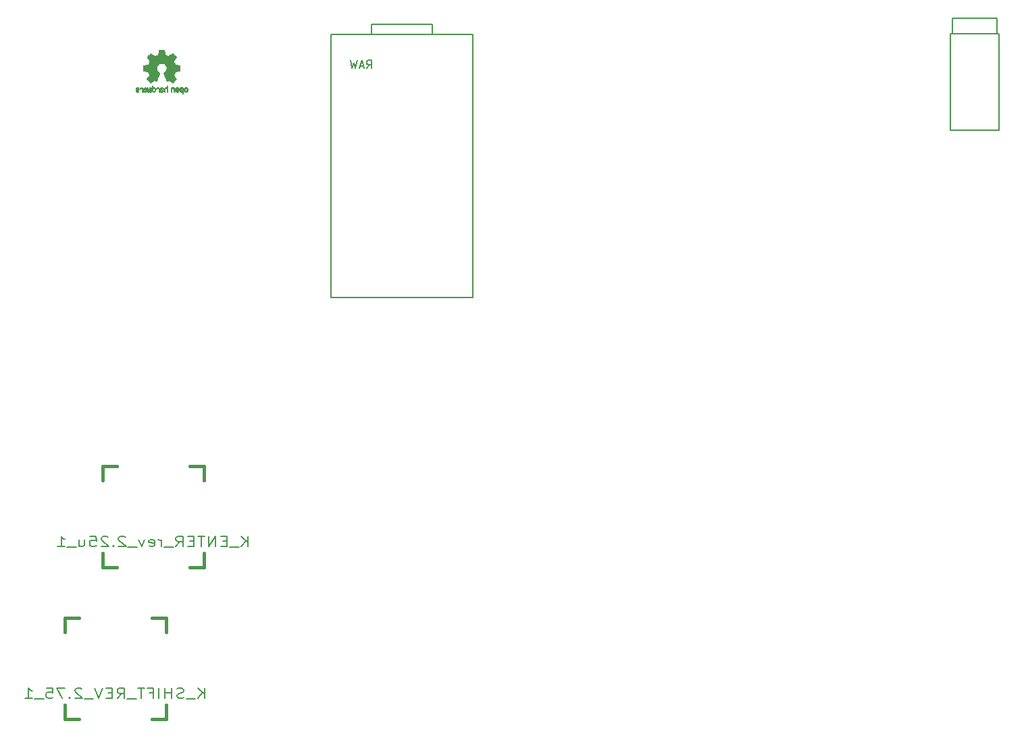
<source format=gbr>
G04 #@! TF.GenerationSoftware,KiCad,Pcbnew,(5.0.2)-1*
G04 #@! TF.CreationDate,2020-01-15T18:12:48+05:30*
G04 #@! TF.ProjectId,ergocape,6572676f-6361-4706-952e-6b696361645f,rev?*
G04 #@! TF.SameCoordinates,Original*
G04 #@! TF.FileFunction,Legend,Bot*
G04 #@! TF.FilePolarity,Positive*
%FSLAX46Y46*%
G04 Gerber Fmt 4.6, Leading zero omitted, Abs format (unit mm)*
G04 Created by KiCad (PCBNEW (5.0.2)-1) date 1/15/2020 6:12:48 PM*
%MOMM*%
%LPD*%
G01*
G04 APERTURE LIST*
%ADD10C,0.010000*%
%ADD11C,0.127000*%
%ADD12C,0.381000*%
%ADD13C,0.150000*%
%ADD14C,0.203200*%
G04 APERTURE END LIST*
D10*
G04 #@! TO.C,REF\002A\002A*
G36*
X56629256Y-23890918D02*
X56573799Y-23918568D01*
X56524852Y-23969480D01*
X56511371Y-23988338D01*
X56496686Y-24013015D01*
X56487158Y-24039816D01*
X56481707Y-24075587D01*
X56479253Y-24127169D01*
X56478714Y-24195267D01*
X56481148Y-24288588D01*
X56489606Y-24358657D01*
X56505826Y-24410931D01*
X56531546Y-24450869D01*
X56568503Y-24483929D01*
X56571218Y-24485886D01*
X56607640Y-24505908D01*
X56651498Y-24515815D01*
X56707276Y-24518257D01*
X56797952Y-24518257D01*
X56797990Y-24606283D01*
X56798834Y-24655308D01*
X56803976Y-24684065D01*
X56817413Y-24701311D01*
X56843142Y-24715808D01*
X56849321Y-24718769D01*
X56878236Y-24732648D01*
X56900624Y-24741414D01*
X56917271Y-24742171D01*
X56928964Y-24732023D01*
X56936490Y-24708073D01*
X56940634Y-24667426D01*
X56942185Y-24607186D01*
X56941929Y-24524455D01*
X56940651Y-24416339D01*
X56940252Y-24384000D01*
X56938815Y-24272524D01*
X56937528Y-24199603D01*
X56798029Y-24199603D01*
X56797245Y-24261499D01*
X56793760Y-24301997D01*
X56785876Y-24328708D01*
X56771895Y-24349244D01*
X56762403Y-24359260D01*
X56723596Y-24388567D01*
X56689237Y-24390952D01*
X56653784Y-24366750D01*
X56652886Y-24365857D01*
X56638461Y-24347153D01*
X56629687Y-24321732D01*
X56625261Y-24282584D01*
X56623882Y-24222697D01*
X56623857Y-24209430D01*
X56627188Y-24126901D01*
X56638031Y-24069691D01*
X56657660Y-24034766D01*
X56687350Y-24019094D01*
X56704509Y-24017514D01*
X56745234Y-24024926D01*
X56773168Y-24049330D01*
X56789983Y-24093980D01*
X56797350Y-24162130D01*
X56798029Y-24199603D01*
X56937528Y-24199603D01*
X56937292Y-24186245D01*
X56935323Y-24121333D01*
X56932550Y-24073958D01*
X56928612Y-24040290D01*
X56923151Y-24016498D01*
X56915808Y-23998753D01*
X56906223Y-23983224D01*
X56902113Y-23977381D01*
X56847595Y-23922185D01*
X56778664Y-23890890D01*
X56698928Y-23882165D01*
X56629256Y-23890918D01*
X56629256Y-23890918D01*
G37*
X56629256Y-23890918D02*
X56573799Y-23918568D01*
X56524852Y-23969480D01*
X56511371Y-23988338D01*
X56496686Y-24013015D01*
X56487158Y-24039816D01*
X56481707Y-24075587D01*
X56479253Y-24127169D01*
X56478714Y-24195267D01*
X56481148Y-24288588D01*
X56489606Y-24358657D01*
X56505826Y-24410931D01*
X56531546Y-24450869D01*
X56568503Y-24483929D01*
X56571218Y-24485886D01*
X56607640Y-24505908D01*
X56651498Y-24515815D01*
X56707276Y-24518257D01*
X56797952Y-24518257D01*
X56797990Y-24606283D01*
X56798834Y-24655308D01*
X56803976Y-24684065D01*
X56817413Y-24701311D01*
X56843142Y-24715808D01*
X56849321Y-24718769D01*
X56878236Y-24732648D01*
X56900624Y-24741414D01*
X56917271Y-24742171D01*
X56928964Y-24732023D01*
X56936490Y-24708073D01*
X56940634Y-24667426D01*
X56942185Y-24607186D01*
X56941929Y-24524455D01*
X56940651Y-24416339D01*
X56940252Y-24384000D01*
X56938815Y-24272524D01*
X56937528Y-24199603D01*
X56798029Y-24199603D01*
X56797245Y-24261499D01*
X56793760Y-24301997D01*
X56785876Y-24328708D01*
X56771895Y-24349244D01*
X56762403Y-24359260D01*
X56723596Y-24388567D01*
X56689237Y-24390952D01*
X56653784Y-24366750D01*
X56652886Y-24365857D01*
X56638461Y-24347153D01*
X56629687Y-24321732D01*
X56625261Y-24282584D01*
X56623882Y-24222697D01*
X56623857Y-24209430D01*
X56627188Y-24126901D01*
X56638031Y-24069691D01*
X56657660Y-24034766D01*
X56687350Y-24019094D01*
X56704509Y-24017514D01*
X56745234Y-24024926D01*
X56773168Y-24049330D01*
X56789983Y-24093980D01*
X56797350Y-24162130D01*
X56798029Y-24199603D01*
X56937528Y-24199603D01*
X56937292Y-24186245D01*
X56935323Y-24121333D01*
X56932550Y-24073958D01*
X56928612Y-24040290D01*
X56923151Y-24016498D01*
X56915808Y-23998753D01*
X56906223Y-23983224D01*
X56902113Y-23977381D01*
X56847595Y-23922185D01*
X56778664Y-23890890D01*
X56698928Y-23882165D01*
X56629256Y-23890918D01*
G36*
X55512907Y-23898780D02*
X55466328Y-23925723D01*
X55433943Y-23952466D01*
X55410258Y-23980484D01*
X55393941Y-24014748D01*
X55383661Y-24060227D01*
X55378086Y-24121892D01*
X55375884Y-24204711D01*
X55375629Y-24264246D01*
X55375629Y-24483391D01*
X55437314Y-24511044D01*
X55499000Y-24538697D01*
X55506257Y-24298670D01*
X55509256Y-24209028D01*
X55512402Y-24143962D01*
X55516299Y-24099026D01*
X55521553Y-24069770D01*
X55528769Y-24051748D01*
X55538550Y-24040511D01*
X55541688Y-24038079D01*
X55589239Y-24019083D01*
X55637303Y-24026600D01*
X55665914Y-24046543D01*
X55677553Y-24060675D01*
X55685609Y-24079220D01*
X55690729Y-24107334D01*
X55693559Y-24150173D01*
X55694744Y-24212895D01*
X55694943Y-24278261D01*
X55694982Y-24360268D01*
X55696386Y-24418316D01*
X55701086Y-24457465D01*
X55711013Y-24482780D01*
X55728097Y-24499323D01*
X55754268Y-24512156D01*
X55789225Y-24525491D01*
X55827404Y-24540007D01*
X55822859Y-24282389D01*
X55821029Y-24189519D01*
X55818888Y-24120889D01*
X55815819Y-24071711D01*
X55811206Y-24037198D01*
X55804432Y-24012562D01*
X55794881Y-23993016D01*
X55783366Y-23975770D01*
X55727810Y-23920680D01*
X55660020Y-23888822D01*
X55586287Y-23881191D01*
X55512907Y-23898780D01*
X55512907Y-23898780D01*
G37*
X55512907Y-23898780D02*
X55466328Y-23925723D01*
X55433943Y-23952466D01*
X55410258Y-23980484D01*
X55393941Y-24014748D01*
X55383661Y-24060227D01*
X55378086Y-24121892D01*
X55375884Y-24204711D01*
X55375629Y-24264246D01*
X55375629Y-24483391D01*
X55437314Y-24511044D01*
X55499000Y-24538697D01*
X55506257Y-24298670D01*
X55509256Y-24209028D01*
X55512402Y-24143962D01*
X55516299Y-24099026D01*
X55521553Y-24069770D01*
X55528769Y-24051748D01*
X55538550Y-24040511D01*
X55541688Y-24038079D01*
X55589239Y-24019083D01*
X55637303Y-24026600D01*
X55665914Y-24046543D01*
X55677553Y-24060675D01*
X55685609Y-24079220D01*
X55690729Y-24107334D01*
X55693559Y-24150173D01*
X55694744Y-24212895D01*
X55694943Y-24278261D01*
X55694982Y-24360268D01*
X55696386Y-24418316D01*
X55701086Y-24457465D01*
X55711013Y-24482780D01*
X55728097Y-24499323D01*
X55754268Y-24512156D01*
X55789225Y-24525491D01*
X55827404Y-24540007D01*
X55822859Y-24282389D01*
X55821029Y-24189519D01*
X55818888Y-24120889D01*
X55815819Y-24071711D01*
X55811206Y-24037198D01*
X55804432Y-24012562D01*
X55794881Y-23993016D01*
X55783366Y-23975770D01*
X55727810Y-23920680D01*
X55660020Y-23888822D01*
X55586287Y-23881191D01*
X55512907Y-23898780D01*
G36*
X57187885Y-23892962D02*
X57119855Y-23928733D01*
X57069649Y-23986301D01*
X57051815Y-24023312D01*
X57037937Y-24078882D01*
X57030833Y-24149096D01*
X57030160Y-24225727D01*
X57035573Y-24300552D01*
X57046730Y-24365342D01*
X57063286Y-24411873D01*
X57068374Y-24419887D01*
X57128645Y-24479707D01*
X57200231Y-24515535D01*
X57277908Y-24526020D01*
X57356452Y-24509810D01*
X57378311Y-24500092D01*
X57420878Y-24470143D01*
X57458237Y-24430433D01*
X57461768Y-24425397D01*
X57476119Y-24401124D01*
X57485606Y-24375178D01*
X57491210Y-24341022D01*
X57493914Y-24292119D01*
X57494701Y-24221935D01*
X57494714Y-24206200D01*
X57494678Y-24201192D01*
X57349571Y-24201192D01*
X57348727Y-24267430D01*
X57345404Y-24311386D01*
X57338417Y-24339779D01*
X57326584Y-24359325D01*
X57320543Y-24365857D01*
X57285814Y-24390680D01*
X57252097Y-24389548D01*
X57218005Y-24368016D01*
X57197671Y-24345029D01*
X57185629Y-24311478D01*
X57178866Y-24258569D01*
X57178402Y-24252399D01*
X57177248Y-24156513D01*
X57189312Y-24085299D01*
X57214430Y-24039194D01*
X57252440Y-24018635D01*
X57266008Y-24017514D01*
X57301636Y-24023152D01*
X57326006Y-24042686D01*
X57340907Y-24080042D01*
X57348125Y-24139150D01*
X57349571Y-24201192D01*
X57494678Y-24201192D01*
X57494174Y-24131413D01*
X57491904Y-24079159D01*
X57486932Y-24042949D01*
X57478287Y-24016299D01*
X57464995Y-23992722D01*
X57462057Y-23988338D01*
X57412687Y-23929249D01*
X57358891Y-23894947D01*
X57293398Y-23881331D01*
X57271158Y-23880665D01*
X57187885Y-23892962D01*
X57187885Y-23892962D01*
G37*
X57187885Y-23892962D02*
X57119855Y-23928733D01*
X57069649Y-23986301D01*
X57051815Y-24023312D01*
X57037937Y-24078882D01*
X57030833Y-24149096D01*
X57030160Y-24225727D01*
X57035573Y-24300552D01*
X57046730Y-24365342D01*
X57063286Y-24411873D01*
X57068374Y-24419887D01*
X57128645Y-24479707D01*
X57200231Y-24515535D01*
X57277908Y-24526020D01*
X57356452Y-24509810D01*
X57378311Y-24500092D01*
X57420878Y-24470143D01*
X57458237Y-24430433D01*
X57461768Y-24425397D01*
X57476119Y-24401124D01*
X57485606Y-24375178D01*
X57491210Y-24341022D01*
X57493914Y-24292119D01*
X57494701Y-24221935D01*
X57494714Y-24206200D01*
X57494678Y-24201192D01*
X57349571Y-24201192D01*
X57348727Y-24267430D01*
X57345404Y-24311386D01*
X57338417Y-24339779D01*
X57326584Y-24359325D01*
X57320543Y-24365857D01*
X57285814Y-24390680D01*
X57252097Y-24389548D01*
X57218005Y-24368016D01*
X57197671Y-24345029D01*
X57185629Y-24311478D01*
X57178866Y-24258569D01*
X57178402Y-24252399D01*
X57177248Y-24156513D01*
X57189312Y-24085299D01*
X57214430Y-24039194D01*
X57252440Y-24018635D01*
X57266008Y-24017514D01*
X57301636Y-24023152D01*
X57326006Y-24042686D01*
X57340907Y-24080042D01*
X57348125Y-24139150D01*
X57349571Y-24201192D01*
X57494678Y-24201192D01*
X57494174Y-24131413D01*
X57491904Y-24079159D01*
X57486932Y-24042949D01*
X57478287Y-24016299D01*
X57464995Y-23992722D01*
X57462057Y-23988338D01*
X57412687Y-23929249D01*
X57358891Y-23894947D01*
X57293398Y-23881331D01*
X57271158Y-23880665D01*
X57187885Y-23892962D01*
G36*
X56060697Y-23902239D02*
X56003473Y-23940735D01*
X55959251Y-23996335D01*
X55932833Y-24067086D01*
X55927490Y-24119162D01*
X55928097Y-24140893D01*
X55933178Y-24157531D01*
X55947145Y-24172437D01*
X55974411Y-24188973D01*
X56019388Y-24210498D01*
X56086489Y-24240374D01*
X56086829Y-24240524D01*
X56148593Y-24268813D01*
X56199241Y-24293933D01*
X56233596Y-24313179D01*
X56246482Y-24323848D01*
X56246486Y-24323934D01*
X56235128Y-24347166D01*
X56208569Y-24372774D01*
X56178077Y-24391221D01*
X56162630Y-24394886D01*
X56120485Y-24382212D01*
X56084192Y-24350471D01*
X56066483Y-24315572D01*
X56049448Y-24289845D01*
X56016078Y-24260546D01*
X55976851Y-24235235D01*
X55942244Y-24221471D01*
X55935007Y-24220714D01*
X55926861Y-24233160D01*
X55926370Y-24264972D01*
X55932357Y-24307866D01*
X55943643Y-24353558D01*
X55959050Y-24393761D01*
X55959829Y-24395322D01*
X56006196Y-24460062D01*
X56066289Y-24504097D01*
X56134535Y-24525711D01*
X56205362Y-24523185D01*
X56273196Y-24494804D01*
X56276212Y-24492808D01*
X56329573Y-24444448D01*
X56364660Y-24381352D01*
X56384078Y-24298387D01*
X56386684Y-24275078D01*
X56391299Y-24165055D01*
X56385767Y-24113748D01*
X56246486Y-24113748D01*
X56244676Y-24145753D01*
X56234778Y-24155093D01*
X56210102Y-24148105D01*
X56171205Y-24131587D01*
X56127725Y-24110881D01*
X56126644Y-24110333D01*
X56089791Y-24090949D01*
X56075000Y-24078013D01*
X56078647Y-24064451D01*
X56094005Y-24046632D01*
X56133077Y-24020845D01*
X56175154Y-24018950D01*
X56212897Y-24037717D01*
X56238966Y-24073915D01*
X56246486Y-24113748D01*
X56385767Y-24113748D01*
X56381806Y-24077027D01*
X56357450Y-24007212D01*
X56323544Y-23958302D01*
X56262347Y-23908878D01*
X56194937Y-23884359D01*
X56126120Y-23882797D01*
X56060697Y-23902239D01*
X56060697Y-23902239D01*
G37*
X56060697Y-23902239D02*
X56003473Y-23940735D01*
X55959251Y-23996335D01*
X55932833Y-24067086D01*
X55927490Y-24119162D01*
X55928097Y-24140893D01*
X55933178Y-24157531D01*
X55947145Y-24172437D01*
X55974411Y-24188973D01*
X56019388Y-24210498D01*
X56086489Y-24240374D01*
X56086829Y-24240524D01*
X56148593Y-24268813D01*
X56199241Y-24293933D01*
X56233596Y-24313179D01*
X56246482Y-24323848D01*
X56246486Y-24323934D01*
X56235128Y-24347166D01*
X56208569Y-24372774D01*
X56178077Y-24391221D01*
X56162630Y-24394886D01*
X56120485Y-24382212D01*
X56084192Y-24350471D01*
X56066483Y-24315572D01*
X56049448Y-24289845D01*
X56016078Y-24260546D01*
X55976851Y-24235235D01*
X55942244Y-24221471D01*
X55935007Y-24220714D01*
X55926861Y-24233160D01*
X55926370Y-24264972D01*
X55932357Y-24307866D01*
X55943643Y-24353558D01*
X55959050Y-24393761D01*
X55959829Y-24395322D01*
X56006196Y-24460062D01*
X56066289Y-24504097D01*
X56134535Y-24525711D01*
X56205362Y-24523185D01*
X56273196Y-24494804D01*
X56276212Y-24492808D01*
X56329573Y-24444448D01*
X56364660Y-24381352D01*
X56384078Y-24298387D01*
X56386684Y-24275078D01*
X56391299Y-24165055D01*
X56385767Y-24113748D01*
X56246486Y-24113748D01*
X56244676Y-24145753D01*
X56234778Y-24155093D01*
X56210102Y-24148105D01*
X56171205Y-24131587D01*
X56127725Y-24110881D01*
X56126644Y-24110333D01*
X56089791Y-24090949D01*
X56075000Y-24078013D01*
X56078647Y-24064451D01*
X56094005Y-24046632D01*
X56133077Y-24020845D01*
X56175154Y-24018950D01*
X56212897Y-24037717D01*
X56238966Y-24073915D01*
X56246486Y-24113748D01*
X56385767Y-24113748D01*
X56381806Y-24077027D01*
X56357450Y-24007212D01*
X56323544Y-23958302D01*
X56262347Y-23908878D01*
X56194937Y-23884359D01*
X56126120Y-23882797D01*
X56060697Y-23902239D01*
G36*
X54853114Y-23822289D02*
X54848861Y-23881613D01*
X54843975Y-23916572D01*
X54837205Y-23931820D01*
X54827298Y-23932015D01*
X54824086Y-23930195D01*
X54781356Y-23917015D01*
X54725773Y-23917785D01*
X54669263Y-23931333D01*
X54633918Y-23948861D01*
X54597679Y-23976861D01*
X54571187Y-24008549D01*
X54553001Y-24048813D01*
X54541678Y-24102543D01*
X54535778Y-24174626D01*
X54533857Y-24269951D01*
X54533823Y-24288237D01*
X54533800Y-24493646D01*
X54579509Y-24509580D01*
X54611973Y-24520420D01*
X54629785Y-24525468D01*
X54630309Y-24525514D01*
X54632063Y-24511828D01*
X54633556Y-24474076D01*
X54634674Y-24417224D01*
X54635303Y-24346234D01*
X54635400Y-24303073D01*
X54635602Y-24217973D01*
X54636642Y-24156981D01*
X54639169Y-24115177D01*
X54643836Y-24087642D01*
X54651293Y-24069456D01*
X54662189Y-24055698D01*
X54668993Y-24049073D01*
X54715728Y-24022375D01*
X54766728Y-24020375D01*
X54812999Y-24042955D01*
X54821556Y-24051107D01*
X54834107Y-24066436D01*
X54842812Y-24084618D01*
X54848369Y-24110909D01*
X54851474Y-24150562D01*
X54852824Y-24208832D01*
X54853114Y-24289173D01*
X54853114Y-24493646D01*
X54898823Y-24509580D01*
X54931287Y-24520420D01*
X54949099Y-24525468D01*
X54949623Y-24525514D01*
X54950963Y-24511623D01*
X54952172Y-24472439D01*
X54953199Y-24411700D01*
X54953998Y-24333141D01*
X54954519Y-24240498D01*
X54954714Y-24137509D01*
X54954714Y-23740342D01*
X54907543Y-23720444D01*
X54860371Y-23700547D01*
X54853114Y-23822289D01*
X54853114Y-23822289D01*
G37*
X54853114Y-23822289D02*
X54848861Y-23881613D01*
X54843975Y-23916572D01*
X54837205Y-23931820D01*
X54827298Y-23932015D01*
X54824086Y-23930195D01*
X54781356Y-23917015D01*
X54725773Y-23917785D01*
X54669263Y-23931333D01*
X54633918Y-23948861D01*
X54597679Y-23976861D01*
X54571187Y-24008549D01*
X54553001Y-24048813D01*
X54541678Y-24102543D01*
X54535778Y-24174626D01*
X54533857Y-24269951D01*
X54533823Y-24288237D01*
X54533800Y-24493646D01*
X54579509Y-24509580D01*
X54611973Y-24520420D01*
X54629785Y-24525468D01*
X54630309Y-24525514D01*
X54632063Y-24511828D01*
X54633556Y-24474076D01*
X54634674Y-24417224D01*
X54635303Y-24346234D01*
X54635400Y-24303073D01*
X54635602Y-24217973D01*
X54636642Y-24156981D01*
X54639169Y-24115177D01*
X54643836Y-24087642D01*
X54651293Y-24069456D01*
X54662189Y-24055698D01*
X54668993Y-24049073D01*
X54715728Y-24022375D01*
X54766728Y-24020375D01*
X54812999Y-24042955D01*
X54821556Y-24051107D01*
X54834107Y-24066436D01*
X54842812Y-24084618D01*
X54848369Y-24110909D01*
X54851474Y-24150562D01*
X54852824Y-24208832D01*
X54853114Y-24289173D01*
X54853114Y-24493646D01*
X54898823Y-24509580D01*
X54931287Y-24520420D01*
X54949099Y-24525468D01*
X54949623Y-24525514D01*
X54950963Y-24511623D01*
X54952172Y-24472439D01*
X54953199Y-24411700D01*
X54953998Y-24333141D01*
X54954519Y-24240498D01*
X54954714Y-24137509D01*
X54954714Y-23740342D01*
X54907543Y-23720444D01*
X54860371Y-23700547D01*
X54853114Y-23822289D01*
G36*
X54189256Y-23921968D02*
X54132384Y-23943087D01*
X54131733Y-23943493D01*
X54096560Y-23969380D01*
X54070593Y-23999633D01*
X54052330Y-24039058D01*
X54040268Y-24092462D01*
X54032904Y-24164651D01*
X54028736Y-24260432D01*
X54028371Y-24274078D01*
X54023124Y-24479842D01*
X54067284Y-24502678D01*
X54099237Y-24518110D01*
X54118530Y-24525423D01*
X54119422Y-24525514D01*
X54122761Y-24512022D01*
X54125413Y-24475626D01*
X54127044Y-24422452D01*
X54127400Y-24379393D01*
X54127408Y-24309641D01*
X54130597Y-24265837D01*
X54141712Y-24244944D01*
X54165499Y-24243925D01*
X54206704Y-24259741D01*
X54268914Y-24288815D01*
X54314659Y-24312963D01*
X54338187Y-24333913D01*
X54345104Y-24356747D01*
X54345114Y-24357877D01*
X54333701Y-24397212D01*
X54299908Y-24418462D01*
X54248191Y-24421539D01*
X54210939Y-24421006D01*
X54191297Y-24431735D01*
X54179048Y-24457505D01*
X54171998Y-24490337D01*
X54182158Y-24508966D01*
X54185983Y-24511632D01*
X54221999Y-24522340D01*
X54272434Y-24523856D01*
X54324374Y-24516759D01*
X54361178Y-24503788D01*
X54412062Y-24460585D01*
X54440986Y-24400446D01*
X54446714Y-24353462D01*
X54442343Y-24311082D01*
X54426525Y-24276488D01*
X54395203Y-24245763D01*
X54344322Y-24214990D01*
X54269824Y-24180252D01*
X54265286Y-24178288D01*
X54198179Y-24147287D01*
X54156768Y-24121862D01*
X54139019Y-24099014D01*
X54142893Y-24075745D01*
X54166357Y-24049056D01*
X54173373Y-24042914D01*
X54220370Y-24019100D01*
X54269067Y-24020103D01*
X54311478Y-24043451D01*
X54339616Y-24086675D01*
X54342231Y-24095160D01*
X54367692Y-24136308D01*
X54399999Y-24156128D01*
X54446714Y-24175770D01*
X54446714Y-24124950D01*
X54432504Y-24051082D01*
X54390325Y-23983327D01*
X54368376Y-23960661D01*
X54318483Y-23931569D01*
X54255033Y-23918400D01*
X54189256Y-23921968D01*
X54189256Y-23921968D01*
G37*
X54189256Y-23921968D02*
X54132384Y-23943087D01*
X54131733Y-23943493D01*
X54096560Y-23969380D01*
X54070593Y-23999633D01*
X54052330Y-24039058D01*
X54040268Y-24092462D01*
X54032904Y-24164651D01*
X54028736Y-24260432D01*
X54028371Y-24274078D01*
X54023124Y-24479842D01*
X54067284Y-24502678D01*
X54099237Y-24518110D01*
X54118530Y-24525423D01*
X54119422Y-24525514D01*
X54122761Y-24512022D01*
X54125413Y-24475626D01*
X54127044Y-24422452D01*
X54127400Y-24379393D01*
X54127408Y-24309641D01*
X54130597Y-24265837D01*
X54141712Y-24244944D01*
X54165499Y-24243925D01*
X54206704Y-24259741D01*
X54268914Y-24288815D01*
X54314659Y-24312963D01*
X54338187Y-24333913D01*
X54345104Y-24356747D01*
X54345114Y-24357877D01*
X54333701Y-24397212D01*
X54299908Y-24418462D01*
X54248191Y-24421539D01*
X54210939Y-24421006D01*
X54191297Y-24431735D01*
X54179048Y-24457505D01*
X54171998Y-24490337D01*
X54182158Y-24508966D01*
X54185983Y-24511632D01*
X54221999Y-24522340D01*
X54272434Y-24523856D01*
X54324374Y-24516759D01*
X54361178Y-24503788D01*
X54412062Y-24460585D01*
X54440986Y-24400446D01*
X54446714Y-24353462D01*
X54442343Y-24311082D01*
X54426525Y-24276488D01*
X54395203Y-24245763D01*
X54344322Y-24214990D01*
X54269824Y-24180252D01*
X54265286Y-24178288D01*
X54198179Y-24147287D01*
X54156768Y-24121862D01*
X54139019Y-24099014D01*
X54142893Y-24075745D01*
X54166357Y-24049056D01*
X54173373Y-24042914D01*
X54220370Y-24019100D01*
X54269067Y-24020103D01*
X54311478Y-24043451D01*
X54339616Y-24086675D01*
X54342231Y-24095160D01*
X54367692Y-24136308D01*
X54399999Y-24156128D01*
X54446714Y-24175770D01*
X54446714Y-24124950D01*
X54432504Y-24051082D01*
X54390325Y-23983327D01*
X54368376Y-23960661D01*
X54318483Y-23931569D01*
X54255033Y-23918400D01*
X54189256Y-23921968D01*
G36*
X53699074Y-23920755D02*
X53633142Y-23945084D01*
X53579727Y-23988117D01*
X53558836Y-24018409D01*
X53536061Y-24073994D01*
X53536534Y-24114186D01*
X53560438Y-24141217D01*
X53569283Y-24145813D01*
X53607470Y-24160144D01*
X53626972Y-24156472D01*
X53633578Y-24132407D01*
X53633914Y-24119114D01*
X53646008Y-24070210D01*
X53677529Y-24035999D01*
X53721341Y-24019476D01*
X53770305Y-24023634D01*
X53810106Y-24045227D01*
X53823550Y-24057544D01*
X53833079Y-24072487D01*
X53839515Y-24095075D01*
X53843683Y-24130328D01*
X53846403Y-24183266D01*
X53848498Y-24258907D01*
X53849040Y-24282857D01*
X53851019Y-24364790D01*
X53853269Y-24422455D01*
X53856643Y-24460608D01*
X53861994Y-24484004D01*
X53870176Y-24497398D01*
X53882041Y-24505545D01*
X53889638Y-24509144D01*
X53921898Y-24521452D01*
X53940889Y-24525514D01*
X53947164Y-24511948D01*
X53950994Y-24470934D01*
X53952400Y-24401999D01*
X53951402Y-24304669D01*
X53951092Y-24289657D01*
X53948899Y-24200859D01*
X53946307Y-24136019D01*
X53942618Y-24090067D01*
X53937136Y-24057935D01*
X53929165Y-24034553D01*
X53918007Y-24014852D01*
X53912170Y-24006410D01*
X53878704Y-23969057D01*
X53841273Y-23940003D01*
X53836691Y-23937467D01*
X53769574Y-23917443D01*
X53699074Y-23920755D01*
X53699074Y-23920755D01*
G37*
X53699074Y-23920755D02*
X53633142Y-23945084D01*
X53579727Y-23988117D01*
X53558836Y-24018409D01*
X53536061Y-24073994D01*
X53536534Y-24114186D01*
X53560438Y-24141217D01*
X53569283Y-24145813D01*
X53607470Y-24160144D01*
X53626972Y-24156472D01*
X53633578Y-24132407D01*
X53633914Y-24119114D01*
X53646008Y-24070210D01*
X53677529Y-24035999D01*
X53721341Y-24019476D01*
X53770305Y-24023634D01*
X53810106Y-24045227D01*
X53823550Y-24057544D01*
X53833079Y-24072487D01*
X53839515Y-24095075D01*
X53843683Y-24130328D01*
X53846403Y-24183266D01*
X53848498Y-24258907D01*
X53849040Y-24282857D01*
X53851019Y-24364790D01*
X53853269Y-24422455D01*
X53856643Y-24460608D01*
X53861994Y-24484004D01*
X53870176Y-24497398D01*
X53882041Y-24505545D01*
X53889638Y-24509144D01*
X53921898Y-24521452D01*
X53940889Y-24525514D01*
X53947164Y-24511948D01*
X53950994Y-24470934D01*
X53952400Y-24401999D01*
X53951402Y-24304669D01*
X53951092Y-24289657D01*
X53948899Y-24200859D01*
X53946307Y-24136019D01*
X53942618Y-24090067D01*
X53937136Y-24057935D01*
X53929165Y-24034553D01*
X53918007Y-24014852D01*
X53912170Y-24006410D01*
X53878704Y-23969057D01*
X53841273Y-23940003D01*
X53836691Y-23937467D01*
X53769574Y-23917443D01*
X53699074Y-23920755D01*
G36*
X53038883Y-24036358D02*
X53039067Y-24144837D01*
X53039781Y-24228287D01*
X53041325Y-24290704D01*
X53043999Y-24336085D01*
X53048106Y-24368429D01*
X53053945Y-24391733D01*
X53061818Y-24409995D01*
X53067779Y-24420418D01*
X53117145Y-24476945D01*
X53179736Y-24512377D01*
X53248987Y-24525090D01*
X53318332Y-24513463D01*
X53359625Y-24492568D01*
X53402975Y-24456422D01*
X53432519Y-24412276D01*
X53450345Y-24354462D01*
X53458537Y-24277313D01*
X53459698Y-24220714D01*
X53459542Y-24216647D01*
X53358143Y-24216647D01*
X53357524Y-24281550D01*
X53354686Y-24324514D01*
X53348160Y-24352622D01*
X53336477Y-24372953D01*
X53322517Y-24388288D01*
X53275635Y-24417890D01*
X53225299Y-24420419D01*
X53177724Y-24395705D01*
X53174021Y-24392356D01*
X53158217Y-24374935D01*
X53148307Y-24354209D01*
X53142942Y-24323362D01*
X53140772Y-24275577D01*
X53140429Y-24222748D01*
X53141173Y-24156381D01*
X53144252Y-24112106D01*
X53150939Y-24083009D01*
X53162504Y-24062173D01*
X53171987Y-24051107D01*
X53216040Y-24023198D01*
X53266776Y-24019843D01*
X53315204Y-24041159D01*
X53324550Y-24049073D01*
X53340460Y-24066647D01*
X53350390Y-24087587D01*
X53355722Y-24118782D01*
X53357837Y-24167122D01*
X53358143Y-24216647D01*
X53459542Y-24216647D01*
X53456190Y-24129568D01*
X53444274Y-24061086D01*
X53421865Y-24009600D01*
X53386876Y-23969443D01*
X53359625Y-23948861D01*
X53310093Y-23926625D01*
X53252684Y-23916304D01*
X53199318Y-23919067D01*
X53169457Y-23930212D01*
X53157739Y-23933383D01*
X53149963Y-23921557D01*
X53144535Y-23889866D01*
X53140429Y-23841593D01*
X53135933Y-23787829D01*
X53129687Y-23755482D01*
X53118324Y-23736985D01*
X53098472Y-23724770D01*
X53086000Y-23719362D01*
X53038829Y-23699601D01*
X53038883Y-24036358D01*
X53038883Y-24036358D01*
G37*
X53038883Y-24036358D02*
X53039067Y-24144837D01*
X53039781Y-24228287D01*
X53041325Y-24290704D01*
X53043999Y-24336085D01*
X53048106Y-24368429D01*
X53053945Y-24391733D01*
X53061818Y-24409995D01*
X53067779Y-24420418D01*
X53117145Y-24476945D01*
X53179736Y-24512377D01*
X53248987Y-24525090D01*
X53318332Y-24513463D01*
X53359625Y-24492568D01*
X53402975Y-24456422D01*
X53432519Y-24412276D01*
X53450345Y-24354462D01*
X53458537Y-24277313D01*
X53459698Y-24220714D01*
X53459542Y-24216647D01*
X53358143Y-24216647D01*
X53357524Y-24281550D01*
X53354686Y-24324514D01*
X53348160Y-24352622D01*
X53336477Y-24372953D01*
X53322517Y-24388288D01*
X53275635Y-24417890D01*
X53225299Y-24420419D01*
X53177724Y-24395705D01*
X53174021Y-24392356D01*
X53158217Y-24374935D01*
X53148307Y-24354209D01*
X53142942Y-24323362D01*
X53140772Y-24275577D01*
X53140429Y-24222748D01*
X53141173Y-24156381D01*
X53144252Y-24112106D01*
X53150939Y-24083009D01*
X53162504Y-24062173D01*
X53171987Y-24051107D01*
X53216040Y-24023198D01*
X53266776Y-24019843D01*
X53315204Y-24041159D01*
X53324550Y-24049073D01*
X53340460Y-24066647D01*
X53350390Y-24087587D01*
X53355722Y-24118782D01*
X53357837Y-24167122D01*
X53358143Y-24216647D01*
X53459542Y-24216647D01*
X53456190Y-24129568D01*
X53444274Y-24061086D01*
X53421865Y-24009600D01*
X53386876Y-23969443D01*
X53359625Y-23948861D01*
X53310093Y-23926625D01*
X53252684Y-23916304D01*
X53199318Y-23919067D01*
X53169457Y-23930212D01*
X53157739Y-23933383D01*
X53149963Y-23921557D01*
X53144535Y-23889866D01*
X53140429Y-23841593D01*
X53135933Y-23787829D01*
X53129687Y-23755482D01*
X53118324Y-23736985D01*
X53098472Y-23724770D01*
X53086000Y-23719362D01*
X53038829Y-23699601D01*
X53038883Y-24036358D01*
G36*
X52449167Y-23929663D02*
X52446952Y-23967850D01*
X52445216Y-24025886D01*
X52444101Y-24099180D01*
X52443743Y-24176055D01*
X52443743Y-24436196D01*
X52489674Y-24482127D01*
X52521325Y-24510429D01*
X52549110Y-24521893D01*
X52587085Y-24521168D01*
X52602160Y-24519321D01*
X52649274Y-24513948D01*
X52688244Y-24510869D01*
X52697743Y-24510585D01*
X52729767Y-24512445D01*
X52775568Y-24517114D01*
X52793326Y-24519321D01*
X52836943Y-24522735D01*
X52866255Y-24515320D01*
X52895320Y-24492427D01*
X52905812Y-24482127D01*
X52951743Y-24436196D01*
X52951743Y-23949602D01*
X52914774Y-23932758D01*
X52882941Y-23920282D01*
X52864317Y-23915914D01*
X52859542Y-23929718D01*
X52855079Y-23968286D01*
X52851225Y-24027356D01*
X52848278Y-24102663D01*
X52846857Y-24166286D01*
X52842886Y-24416657D01*
X52808241Y-24421556D01*
X52776732Y-24418131D01*
X52761292Y-24407041D01*
X52756977Y-24386308D01*
X52753292Y-24342145D01*
X52750531Y-24280146D01*
X52748988Y-24205909D01*
X52748765Y-24167706D01*
X52748543Y-23947783D01*
X52702834Y-23931849D01*
X52670482Y-23921015D01*
X52652885Y-23915962D01*
X52652377Y-23915914D01*
X52650612Y-23929648D01*
X52648671Y-23967730D01*
X52646718Y-24025482D01*
X52644916Y-24098227D01*
X52643657Y-24166286D01*
X52639686Y-24416657D01*
X52552600Y-24416657D01*
X52548604Y-24188240D01*
X52544608Y-23959822D01*
X52502153Y-23937868D01*
X52470808Y-23922793D01*
X52452256Y-23915951D01*
X52451721Y-23915914D01*
X52449167Y-23929663D01*
X52449167Y-23929663D01*
G37*
X52449167Y-23929663D02*
X52446952Y-23967850D01*
X52445216Y-24025886D01*
X52444101Y-24099180D01*
X52443743Y-24176055D01*
X52443743Y-24436196D01*
X52489674Y-24482127D01*
X52521325Y-24510429D01*
X52549110Y-24521893D01*
X52587085Y-24521168D01*
X52602160Y-24519321D01*
X52649274Y-24513948D01*
X52688244Y-24510869D01*
X52697743Y-24510585D01*
X52729767Y-24512445D01*
X52775568Y-24517114D01*
X52793326Y-24519321D01*
X52836943Y-24522735D01*
X52866255Y-24515320D01*
X52895320Y-24492427D01*
X52905812Y-24482127D01*
X52951743Y-24436196D01*
X52951743Y-23949602D01*
X52914774Y-23932758D01*
X52882941Y-23920282D01*
X52864317Y-23915914D01*
X52859542Y-23929718D01*
X52855079Y-23968286D01*
X52851225Y-24027356D01*
X52848278Y-24102663D01*
X52846857Y-24166286D01*
X52842886Y-24416657D01*
X52808241Y-24421556D01*
X52776732Y-24418131D01*
X52761292Y-24407041D01*
X52756977Y-24386308D01*
X52753292Y-24342145D01*
X52750531Y-24280146D01*
X52748988Y-24205909D01*
X52748765Y-24167706D01*
X52748543Y-23947783D01*
X52702834Y-23931849D01*
X52670482Y-23921015D01*
X52652885Y-23915962D01*
X52652377Y-23915914D01*
X52650612Y-23929648D01*
X52648671Y-23967730D01*
X52646718Y-24025482D01*
X52644916Y-24098227D01*
X52643657Y-24166286D01*
X52639686Y-24416657D01*
X52552600Y-24416657D01*
X52548604Y-24188240D01*
X52544608Y-23959822D01*
X52502153Y-23937868D01*
X52470808Y-23922793D01*
X52452256Y-23915951D01*
X52451721Y-23915914D01*
X52449167Y-23929663D01*
G36*
X52084124Y-23927335D02*
X52042333Y-23946344D01*
X52009531Y-23969378D01*
X51985497Y-23995133D01*
X51968903Y-24028358D01*
X51958423Y-24073800D01*
X51952729Y-24136207D01*
X51950493Y-24220327D01*
X51950257Y-24275721D01*
X51950257Y-24491826D01*
X51987226Y-24508670D01*
X52016344Y-24520981D01*
X52030769Y-24525514D01*
X52033528Y-24512025D01*
X52035718Y-24475653D01*
X52037058Y-24422542D01*
X52037343Y-24380372D01*
X52038566Y-24319447D01*
X52041864Y-24271115D01*
X52046679Y-24241518D01*
X52050504Y-24235229D01*
X52076217Y-24241652D01*
X52116582Y-24258125D01*
X52163321Y-24280458D01*
X52208155Y-24304457D01*
X52242807Y-24325930D01*
X52258998Y-24340685D01*
X52259062Y-24340845D01*
X52257670Y-24368152D01*
X52245182Y-24394219D01*
X52223257Y-24415392D01*
X52191257Y-24422474D01*
X52163908Y-24421649D01*
X52125174Y-24421042D01*
X52104842Y-24430116D01*
X52092631Y-24454092D01*
X52091091Y-24458613D01*
X52085797Y-24492806D01*
X52099953Y-24513568D01*
X52136852Y-24523462D01*
X52176711Y-24525292D01*
X52248438Y-24511727D01*
X52285568Y-24492355D01*
X52331424Y-24446845D01*
X52355744Y-24390983D01*
X52357927Y-24331957D01*
X52337371Y-24276953D01*
X52306451Y-24242486D01*
X52275580Y-24223189D01*
X52227058Y-24198759D01*
X52170515Y-24173985D01*
X52161090Y-24170199D01*
X52098981Y-24142791D01*
X52063178Y-24118634D01*
X52051663Y-24094619D01*
X52062420Y-24067635D01*
X52080886Y-24046543D01*
X52124531Y-24020572D01*
X52172554Y-24018624D01*
X52216594Y-24038637D01*
X52248291Y-24078551D01*
X52252451Y-24088848D01*
X52276673Y-24126724D01*
X52312035Y-24154842D01*
X52356657Y-24177917D01*
X52356657Y-24112485D01*
X52354031Y-24072506D01*
X52342770Y-24040997D01*
X52317801Y-24007378D01*
X52293831Y-23981484D01*
X52256559Y-23944817D01*
X52227599Y-23925121D01*
X52196495Y-23917220D01*
X52161287Y-23915914D01*
X52084124Y-23927335D01*
X52084124Y-23927335D01*
G37*
X52084124Y-23927335D02*
X52042333Y-23946344D01*
X52009531Y-23969378D01*
X51985497Y-23995133D01*
X51968903Y-24028358D01*
X51958423Y-24073800D01*
X51952729Y-24136207D01*
X51950493Y-24220327D01*
X51950257Y-24275721D01*
X51950257Y-24491826D01*
X51987226Y-24508670D01*
X52016344Y-24520981D01*
X52030769Y-24525514D01*
X52033528Y-24512025D01*
X52035718Y-24475653D01*
X52037058Y-24422542D01*
X52037343Y-24380372D01*
X52038566Y-24319447D01*
X52041864Y-24271115D01*
X52046679Y-24241518D01*
X52050504Y-24235229D01*
X52076217Y-24241652D01*
X52116582Y-24258125D01*
X52163321Y-24280458D01*
X52208155Y-24304457D01*
X52242807Y-24325930D01*
X52258998Y-24340685D01*
X52259062Y-24340845D01*
X52257670Y-24368152D01*
X52245182Y-24394219D01*
X52223257Y-24415392D01*
X52191257Y-24422474D01*
X52163908Y-24421649D01*
X52125174Y-24421042D01*
X52104842Y-24430116D01*
X52092631Y-24454092D01*
X52091091Y-24458613D01*
X52085797Y-24492806D01*
X52099953Y-24513568D01*
X52136852Y-24523462D01*
X52176711Y-24525292D01*
X52248438Y-24511727D01*
X52285568Y-24492355D01*
X52331424Y-24446845D01*
X52355744Y-24390983D01*
X52357927Y-24331957D01*
X52337371Y-24276953D01*
X52306451Y-24242486D01*
X52275580Y-24223189D01*
X52227058Y-24198759D01*
X52170515Y-24173985D01*
X52161090Y-24170199D01*
X52098981Y-24142791D01*
X52063178Y-24118634D01*
X52051663Y-24094619D01*
X52062420Y-24067635D01*
X52080886Y-24046543D01*
X52124531Y-24020572D01*
X52172554Y-24018624D01*
X52216594Y-24038637D01*
X52248291Y-24078551D01*
X52252451Y-24088848D01*
X52276673Y-24126724D01*
X52312035Y-24154842D01*
X52356657Y-24177917D01*
X52356657Y-24112485D01*
X52354031Y-24072506D01*
X52342770Y-24040997D01*
X52317801Y-24007378D01*
X52293831Y-23981484D01*
X52256559Y-23944817D01*
X52227599Y-23925121D01*
X52196495Y-23917220D01*
X52161287Y-23915914D01*
X52084124Y-23927335D01*
G36*
X51576400Y-23929752D02*
X51559052Y-23937334D01*
X51517644Y-23970128D01*
X51482235Y-24017547D01*
X51460336Y-24068151D01*
X51456771Y-24093098D01*
X51468721Y-24127927D01*
X51494933Y-24146357D01*
X51523036Y-24157516D01*
X51535905Y-24159572D01*
X51542171Y-24144649D01*
X51554544Y-24112175D01*
X51559972Y-24097502D01*
X51590410Y-24046744D01*
X51634480Y-24021427D01*
X51690990Y-24022206D01*
X51695175Y-24023203D01*
X51725345Y-24037507D01*
X51747524Y-24065393D01*
X51762673Y-24110287D01*
X51771750Y-24175615D01*
X51775714Y-24264804D01*
X51776086Y-24312261D01*
X51776270Y-24387071D01*
X51777478Y-24438069D01*
X51780691Y-24470471D01*
X51786891Y-24489495D01*
X51797060Y-24500356D01*
X51812181Y-24508272D01*
X51813054Y-24508670D01*
X51842172Y-24520981D01*
X51856597Y-24525514D01*
X51858814Y-24511809D01*
X51860711Y-24473925D01*
X51862153Y-24416715D01*
X51863002Y-24345027D01*
X51863171Y-24292565D01*
X51862308Y-24191047D01*
X51858930Y-24114032D01*
X51851858Y-24057023D01*
X51839912Y-24015526D01*
X51821910Y-23985043D01*
X51796673Y-23961080D01*
X51771753Y-23944355D01*
X51711829Y-23922097D01*
X51642089Y-23917076D01*
X51576400Y-23929752D01*
X51576400Y-23929752D01*
G37*
X51576400Y-23929752D02*
X51559052Y-23937334D01*
X51517644Y-23970128D01*
X51482235Y-24017547D01*
X51460336Y-24068151D01*
X51456771Y-24093098D01*
X51468721Y-24127927D01*
X51494933Y-24146357D01*
X51523036Y-24157516D01*
X51535905Y-24159572D01*
X51542171Y-24144649D01*
X51554544Y-24112175D01*
X51559972Y-24097502D01*
X51590410Y-24046744D01*
X51634480Y-24021427D01*
X51690990Y-24022206D01*
X51695175Y-24023203D01*
X51725345Y-24037507D01*
X51747524Y-24065393D01*
X51762673Y-24110287D01*
X51771750Y-24175615D01*
X51775714Y-24264804D01*
X51776086Y-24312261D01*
X51776270Y-24387071D01*
X51777478Y-24438069D01*
X51780691Y-24470471D01*
X51786891Y-24489495D01*
X51797060Y-24500356D01*
X51812181Y-24508272D01*
X51813054Y-24508670D01*
X51842172Y-24520981D01*
X51856597Y-24525514D01*
X51858814Y-24511809D01*
X51860711Y-24473925D01*
X51862153Y-24416715D01*
X51863002Y-24345027D01*
X51863171Y-24292565D01*
X51862308Y-24191047D01*
X51858930Y-24114032D01*
X51851858Y-24057023D01*
X51839912Y-24015526D01*
X51821910Y-23985043D01*
X51796673Y-23961080D01*
X51771753Y-23944355D01*
X51711829Y-23922097D01*
X51642089Y-23917076D01*
X51576400Y-23929752D01*
G36*
X51075405Y-23937966D02*
X51017979Y-23975497D01*
X50990281Y-24009096D01*
X50968338Y-24070064D01*
X50966595Y-24118308D01*
X50970543Y-24182816D01*
X51119314Y-24247934D01*
X51191651Y-24281202D01*
X51238916Y-24307964D01*
X51263493Y-24331144D01*
X51267763Y-24353667D01*
X51254111Y-24378455D01*
X51239057Y-24394886D01*
X51195254Y-24421235D01*
X51147611Y-24423081D01*
X51103855Y-24402546D01*
X51071711Y-24361752D01*
X51065962Y-24347347D01*
X51038424Y-24302356D01*
X51006742Y-24283182D01*
X50963286Y-24266779D01*
X50963286Y-24328966D01*
X50967128Y-24371283D01*
X50982177Y-24406969D01*
X51013720Y-24447943D01*
X51018408Y-24453267D01*
X51053494Y-24489720D01*
X51083653Y-24509283D01*
X51121385Y-24518283D01*
X51152665Y-24521230D01*
X51208615Y-24521965D01*
X51248445Y-24512660D01*
X51273292Y-24498846D01*
X51312344Y-24468467D01*
X51339375Y-24435613D01*
X51356483Y-24394294D01*
X51365762Y-24338521D01*
X51369307Y-24262305D01*
X51369590Y-24223622D01*
X51368628Y-24177247D01*
X51280993Y-24177247D01*
X51279977Y-24202126D01*
X51277444Y-24206200D01*
X51260726Y-24200665D01*
X51224751Y-24186017D01*
X51176669Y-24165190D01*
X51166614Y-24160714D01*
X51105848Y-24129814D01*
X51072368Y-24102657D01*
X51065010Y-24077220D01*
X51082609Y-24051481D01*
X51097144Y-24040109D01*
X51149590Y-24017364D01*
X51198678Y-24021122D01*
X51239773Y-24048884D01*
X51268242Y-24098152D01*
X51277369Y-24137257D01*
X51280993Y-24177247D01*
X51368628Y-24177247D01*
X51367715Y-24133249D01*
X51360804Y-24066384D01*
X51347116Y-24017695D01*
X51324904Y-23981849D01*
X51292426Y-23953513D01*
X51278267Y-23944355D01*
X51213947Y-23920507D01*
X51143527Y-23919006D01*
X51075405Y-23937966D01*
X51075405Y-23937966D01*
G37*
X51075405Y-23937966D02*
X51017979Y-23975497D01*
X50990281Y-24009096D01*
X50968338Y-24070064D01*
X50966595Y-24118308D01*
X50970543Y-24182816D01*
X51119314Y-24247934D01*
X51191651Y-24281202D01*
X51238916Y-24307964D01*
X51263493Y-24331144D01*
X51267763Y-24353667D01*
X51254111Y-24378455D01*
X51239057Y-24394886D01*
X51195254Y-24421235D01*
X51147611Y-24423081D01*
X51103855Y-24402546D01*
X51071711Y-24361752D01*
X51065962Y-24347347D01*
X51038424Y-24302356D01*
X51006742Y-24283182D01*
X50963286Y-24266779D01*
X50963286Y-24328966D01*
X50967128Y-24371283D01*
X50982177Y-24406969D01*
X51013720Y-24447943D01*
X51018408Y-24453267D01*
X51053494Y-24489720D01*
X51083653Y-24509283D01*
X51121385Y-24518283D01*
X51152665Y-24521230D01*
X51208615Y-24521965D01*
X51248445Y-24512660D01*
X51273292Y-24498846D01*
X51312344Y-24468467D01*
X51339375Y-24435613D01*
X51356483Y-24394294D01*
X51365762Y-24338521D01*
X51369307Y-24262305D01*
X51369590Y-24223622D01*
X51368628Y-24177247D01*
X51280993Y-24177247D01*
X51279977Y-24202126D01*
X51277444Y-24206200D01*
X51260726Y-24200665D01*
X51224751Y-24186017D01*
X51176669Y-24165190D01*
X51166614Y-24160714D01*
X51105848Y-24129814D01*
X51072368Y-24102657D01*
X51065010Y-24077220D01*
X51082609Y-24051481D01*
X51097144Y-24040109D01*
X51149590Y-24017364D01*
X51198678Y-24021122D01*
X51239773Y-24048884D01*
X51268242Y-24098152D01*
X51277369Y-24137257D01*
X51280993Y-24177247D01*
X51368628Y-24177247D01*
X51367715Y-24133249D01*
X51360804Y-24066384D01*
X51347116Y-24017695D01*
X51324904Y-23981849D01*
X51292426Y-23953513D01*
X51278267Y-23944355D01*
X51213947Y-23920507D01*
X51143527Y-23919006D01*
X51075405Y-23937966D01*
G36*
X54125090Y-19213348D02*
X54046546Y-19213778D01*
X53989702Y-19214942D01*
X53950895Y-19217207D01*
X53926462Y-19220940D01*
X53912738Y-19226506D01*
X53906060Y-19234273D01*
X53902764Y-19244605D01*
X53902444Y-19245943D01*
X53897438Y-19270079D01*
X53888171Y-19317701D01*
X53875608Y-19383741D01*
X53860713Y-19463128D01*
X53844449Y-19550796D01*
X53843881Y-19553875D01*
X53827590Y-19639789D01*
X53812348Y-19715696D01*
X53799139Y-19777045D01*
X53788946Y-19819282D01*
X53782752Y-19837855D01*
X53782457Y-19838184D01*
X53764212Y-19847253D01*
X53726595Y-19862367D01*
X53677729Y-19880262D01*
X53677457Y-19880358D01*
X53615907Y-19903493D01*
X53543343Y-19932965D01*
X53474943Y-19962597D01*
X53471706Y-19964062D01*
X53360298Y-20014626D01*
X53113601Y-19846160D01*
X53037923Y-19794803D01*
X52969369Y-19748889D01*
X52911912Y-19711030D01*
X52869524Y-19683837D01*
X52846175Y-19669921D01*
X52843958Y-19668889D01*
X52826990Y-19673484D01*
X52795299Y-19695655D01*
X52747648Y-19736447D01*
X52682802Y-19796905D01*
X52616603Y-19861227D01*
X52552786Y-19924612D01*
X52495671Y-19982451D01*
X52448695Y-20031175D01*
X52415297Y-20067210D01*
X52398915Y-20086984D01*
X52398306Y-20088002D01*
X52396495Y-20101572D01*
X52403317Y-20123733D01*
X52420460Y-20157478D01*
X52449607Y-20205800D01*
X52492445Y-20271692D01*
X52549552Y-20356517D01*
X52600234Y-20431177D01*
X52645539Y-20498140D01*
X52682850Y-20553516D01*
X52709548Y-20593420D01*
X52723015Y-20613962D01*
X52723863Y-20615356D01*
X52722219Y-20635038D01*
X52709755Y-20673293D01*
X52688952Y-20722889D01*
X52681538Y-20738728D01*
X52649186Y-20809290D01*
X52614672Y-20889353D01*
X52586635Y-20958629D01*
X52566432Y-21010045D01*
X52550385Y-21049119D01*
X52541112Y-21069541D01*
X52539959Y-21071114D01*
X52522904Y-21073721D01*
X52482702Y-21080863D01*
X52424698Y-21091523D01*
X52354237Y-21104685D01*
X52276665Y-21119333D01*
X52197328Y-21134449D01*
X52121569Y-21149018D01*
X52054736Y-21162022D01*
X52002172Y-21172445D01*
X51969224Y-21179270D01*
X51961143Y-21181199D01*
X51952795Y-21185962D01*
X51946494Y-21196718D01*
X51941955Y-21217098D01*
X51938896Y-21250734D01*
X51937033Y-21301255D01*
X51936082Y-21372292D01*
X51935760Y-21467476D01*
X51935743Y-21506492D01*
X51935743Y-21823799D01*
X52011943Y-21838839D01*
X52054337Y-21846995D01*
X52117600Y-21858899D01*
X52194038Y-21873116D01*
X52275957Y-21888210D01*
X52298600Y-21892355D01*
X52374194Y-21907053D01*
X52440047Y-21921505D01*
X52490634Y-21934375D01*
X52520426Y-21944322D01*
X52525388Y-21947287D01*
X52537574Y-21968283D01*
X52555047Y-22008967D01*
X52574423Y-22061322D01*
X52578266Y-22072600D01*
X52603661Y-22142523D01*
X52635183Y-22221418D01*
X52666031Y-22292266D01*
X52666183Y-22292595D01*
X52717553Y-22403733D01*
X52548601Y-22652253D01*
X52379648Y-22900772D01*
X52596571Y-23118058D01*
X52662181Y-23182726D01*
X52722021Y-23239733D01*
X52772733Y-23286033D01*
X52810954Y-23318584D01*
X52833325Y-23334343D01*
X52836534Y-23335343D01*
X52855374Y-23327469D01*
X52893820Y-23305578D01*
X52947670Y-23272267D01*
X53012724Y-23230131D01*
X53083060Y-23182943D01*
X53154445Y-23134810D01*
X53218092Y-23092928D01*
X53269959Y-23059871D01*
X53306005Y-23038218D01*
X53322133Y-23030543D01*
X53341811Y-23037037D01*
X53379125Y-23054150D01*
X53426379Y-23078326D01*
X53431388Y-23081013D01*
X53495023Y-23112927D01*
X53538659Y-23128579D01*
X53565798Y-23128745D01*
X53579943Y-23114204D01*
X53580025Y-23114000D01*
X53587095Y-23096779D01*
X53603958Y-23055899D01*
X53629305Y-22994525D01*
X53661829Y-22915819D01*
X53700222Y-22822947D01*
X53743178Y-22719072D01*
X53784778Y-22618502D01*
X53830496Y-22507516D01*
X53872474Y-22404703D01*
X53909452Y-22313215D01*
X53940173Y-22236201D01*
X53963378Y-22176815D01*
X53977810Y-22138209D01*
X53982257Y-22123800D01*
X53971104Y-22107272D01*
X53941931Y-22080930D01*
X53903029Y-22051887D01*
X53792243Y-21960039D01*
X53705649Y-21854759D01*
X53644284Y-21738266D01*
X53609185Y-21612776D01*
X53601392Y-21480507D01*
X53607057Y-21419457D01*
X53637922Y-21292795D01*
X53691080Y-21180941D01*
X53763233Y-21085001D01*
X53851083Y-21006076D01*
X53951335Y-20945270D01*
X54060690Y-20903687D01*
X54175853Y-20882428D01*
X54293525Y-20882599D01*
X54410410Y-20905301D01*
X54523211Y-20951638D01*
X54628631Y-21022713D01*
X54672632Y-21062911D01*
X54757021Y-21166129D01*
X54815778Y-21278925D01*
X54849296Y-21398010D01*
X54857965Y-21520095D01*
X54842177Y-21641893D01*
X54802322Y-21760116D01*
X54738793Y-21871475D01*
X54651979Y-21972684D01*
X54554971Y-22051887D01*
X54514563Y-22082162D01*
X54486018Y-22108219D01*
X54475743Y-22123825D01*
X54481123Y-22140843D01*
X54496425Y-22181500D01*
X54520388Y-22242642D01*
X54551756Y-22321119D01*
X54589268Y-22413780D01*
X54631667Y-22517472D01*
X54673337Y-22618526D01*
X54719310Y-22729607D01*
X54761893Y-22832541D01*
X54799779Y-22924165D01*
X54831660Y-23001316D01*
X54856229Y-23060831D01*
X54872180Y-23099544D01*
X54878090Y-23114000D01*
X54892052Y-23128685D01*
X54919060Y-23128642D01*
X54962587Y-23113099D01*
X55026110Y-23081284D01*
X55026612Y-23081013D01*
X55074440Y-23056323D01*
X55113103Y-23038338D01*
X55134905Y-23030614D01*
X55135867Y-23030543D01*
X55152279Y-23038378D01*
X55188513Y-23060165D01*
X55240526Y-23093328D01*
X55304275Y-23135291D01*
X55374940Y-23182943D01*
X55446884Y-23231191D01*
X55511726Y-23273151D01*
X55565265Y-23306227D01*
X55603303Y-23327821D01*
X55621467Y-23335343D01*
X55638192Y-23325457D01*
X55671820Y-23297826D01*
X55718990Y-23255495D01*
X55776342Y-23201505D01*
X55840516Y-23138899D01*
X55861503Y-23117983D01*
X56078501Y-22900623D01*
X55913332Y-22658220D01*
X55863136Y-22583781D01*
X55819081Y-22516972D01*
X55783638Y-22461665D01*
X55759281Y-22421729D01*
X55748478Y-22401036D01*
X55748162Y-22399563D01*
X55753857Y-22380058D01*
X55769174Y-22340822D01*
X55791463Y-22288430D01*
X55807107Y-22253355D01*
X55836359Y-22186201D01*
X55863906Y-22118358D01*
X55885263Y-22061034D01*
X55891065Y-22043572D01*
X55907548Y-21996938D01*
X55923660Y-21960905D01*
X55932510Y-21947287D01*
X55952040Y-21938952D01*
X55994666Y-21927137D01*
X56054855Y-21913181D01*
X56127078Y-21898422D01*
X56159400Y-21892355D01*
X56241478Y-21877273D01*
X56320205Y-21862669D01*
X56387891Y-21849980D01*
X56436840Y-21840642D01*
X56446057Y-21838839D01*
X56522257Y-21823799D01*
X56522257Y-21506492D01*
X56522086Y-21402154D01*
X56521384Y-21323213D01*
X56519866Y-21266038D01*
X56517251Y-21226999D01*
X56513254Y-21202465D01*
X56507591Y-21188805D01*
X56499980Y-21182389D01*
X56496857Y-21181199D01*
X56478022Y-21176980D01*
X56436412Y-21168562D01*
X56377370Y-21156961D01*
X56306243Y-21143195D01*
X56228375Y-21128280D01*
X56149113Y-21113232D01*
X56073802Y-21099069D01*
X56007787Y-21086806D01*
X55956413Y-21077461D01*
X55925025Y-21072050D01*
X55918041Y-21071114D01*
X55911715Y-21058596D01*
X55897710Y-21025246D01*
X55878645Y-20977377D01*
X55871366Y-20958629D01*
X55842004Y-20886195D01*
X55807429Y-20806170D01*
X55776463Y-20738728D01*
X55753677Y-20687159D01*
X55738518Y-20644785D01*
X55733458Y-20618834D01*
X55734264Y-20615356D01*
X55744959Y-20598936D01*
X55769380Y-20562417D01*
X55804905Y-20509687D01*
X55848913Y-20444635D01*
X55898783Y-20371151D01*
X55908644Y-20356645D01*
X55966508Y-20270704D01*
X56009044Y-20205261D01*
X56037946Y-20157304D01*
X56054910Y-20123820D01*
X56061633Y-20101795D01*
X56059810Y-20088217D01*
X56059764Y-20088131D01*
X56045414Y-20070297D01*
X56013677Y-20035817D01*
X55967990Y-19988268D01*
X55911796Y-19931222D01*
X55848532Y-19868255D01*
X55841398Y-19861227D01*
X55761670Y-19784020D01*
X55700143Y-19727330D01*
X55655579Y-19690110D01*
X55626743Y-19671315D01*
X55614042Y-19668889D01*
X55595506Y-19679471D01*
X55557039Y-19703916D01*
X55502614Y-19739612D01*
X55436202Y-19783947D01*
X55361775Y-19834311D01*
X55344399Y-19846160D01*
X55097703Y-20014626D01*
X54986294Y-19964062D01*
X54918543Y-19934595D01*
X54845817Y-19904959D01*
X54783297Y-19881330D01*
X54780543Y-19880358D01*
X54731640Y-19862457D01*
X54693943Y-19847320D01*
X54675575Y-19838210D01*
X54675544Y-19838184D01*
X54669715Y-19821717D01*
X54659808Y-19781219D01*
X54646805Y-19721242D01*
X54631691Y-19646340D01*
X54615448Y-19561064D01*
X54614119Y-19553875D01*
X54597825Y-19466014D01*
X54582867Y-19386260D01*
X54570209Y-19319681D01*
X54560814Y-19271347D01*
X54555646Y-19246325D01*
X54555556Y-19245943D01*
X54552411Y-19235299D01*
X54546296Y-19227262D01*
X54533547Y-19221467D01*
X54510500Y-19217547D01*
X54473491Y-19215135D01*
X54418856Y-19213865D01*
X54342933Y-19213371D01*
X54242056Y-19213286D01*
X54229000Y-19213286D01*
X54125090Y-19213348D01*
X54125090Y-19213348D01*
G37*
X54125090Y-19213348D02*
X54046546Y-19213778D01*
X53989702Y-19214942D01*
X53950895Y-19217207D01*
X53926462Y-19220940D01*
X53912738Y-19226506D01*
X53906060Y-19234273D01*
X53902764Y-19244605D01*
X53902444Y-19245943D01*
X53897438Y-19270079D01*
X53888171Y-19317701D01*
X53875608Y-19383741D01*
X53860713Y-19463128D01*
X53844449Y-19550796D01*
X53843881Y-19553875D01*
X53827590Y-19639789D01*
X53812348Y-19715696D01*
X53799139Y-19777045D01*
X53788946Y-19819282D01*
X53782752Y-19837855D01*
X53782457Y-19838184D01*
X53764212Y-19847253D01*
X53726595Y-19862367D01*
X53677729Y-19880262D01*
X53677457Y-19880358D01*
X53615907Y-19903493D01*
X53543343Y-19932965D01*
X53474943Y-19962597D01*
X53471706Y-19964062D01*
X53360298Y-20014626D01*
X53113601Y-19846160D01*
X53037923Y-19794803D01*
X52969369Y-19748889D01*
X52911912Y-19711030D01*
X52869524Y-19683837D01*
X52846175Y-19669921D01*
X52843958Y-19668889D01*
X52826990Y-19673484D01*
X52795299Y-19695655D01*
X52747648Y-19736447D01*
X52682802Y-19796905D01*
X52616603Y-19861227D01*
X52552786Y-19924612D01*
X52495671Y-19982451D01*
X52448695Y-20031175D01*
X52415297Y-20067210D01*
X52398915Y-20086984D01*
X52398306Y-20088002D01*
X52396495Y-20101572D01*
X52403317Y-20123733D01*
X52420460Y-20157478D01*
X52449607Y-20205800D01*
X52492445Y-20271692D01*
X52549552Y-20356517D01*
X52600234Y-20431177D01*
X52645539Y-20498140D01*
X52682850Y-20553516D01*
X52709548Y-20593420D01*
X52723015Y-20613962D01*
X52723863Y-20615356D01*
X52722219Y-20635038D01*
X52709755Y-20673293D01*
X52688952Y-20722889D01*
X52681538Y-20738728D01*
X52649186Y-20809290D01*
X52614672Y-20889353D01*
X52586635Y-20958629D01*
X52566432Y-21010045D01*
X52550385Y-21049119D01*
X52541112Y-21069541D01*
X52539959Y-21071114D01*
X52522904Y-21073721D01*
X52482702Y-21080863D01*
X52424698Y-21091523D01*
X52354237Y-21104685D01*
X52276665Y-21119333D01*
X52197328Y-21134449D01*
X52121569Y-21149018D01*
X52054736Y-21162022D01*
X52002172Y-21172445D01*
X51969224Y-21179270D01*
X51961143Y-21181199D01*
X51952795Y-21185962D01*
X51946494Y-21196718D01*
X51941955Y-21217098D01*
X51938896Y-21250734D01*
X51937033Y-21301255D01*
X51936082Y-21372292D01*
X51935760Y-21467476D01*
X51935743Y-21506492D01*
X51935743Y-21823799D01*
X52011943Y-21838839D01*
X52054337Y-21846995D01*
X52117600Y-21858899D01*
X52194038Y-21873116D01*
X52275957Y-21888210D01*
X52298600Y-21892355D01*
X52374194Y-21907053D01*
X52440047Y-21921505D01*
X52490634Y-21934375D01*
X52520426Y-21944322D01*
X52525388Y-21947287D01*
X52537574Y-21968283D01*
X52555047Y-22008967D01*
X52574423Y-22061322D01*
X52578266Y-22072600D01*
X52603661Y-22142523D01*
X52635183Y-22221418D01*
X52666031Y-22292266D01*
X52666183Y-22292595D01*
X52717553Y-22403733D01*
X52548601Y-22652253D01*
X52379648Y-22900772D01*
X52596571Y-23118058D01*
X52662181Y-23182726D01*
X52722021Y-23239733D01*
X52772733Y-23286033D01*
X52810954Y-23318584D01*
X52833325Y-23334343D01*
X52836534Y-23335343D01*
X52855374Y-23327469D01*
X52893820Y-23305578D01*
X52947670Y-23272267D01*
X53012724Y-23230131D01*
X53083060Y-23182943D01*
X53154445Y-23134810D01*
X53218092Y-23092928D01*
X53269959Y-23059871D01*
X53306005Y-23038218D01*
X53322133Y-23030543D01*
X53341811Y-23037037D01*
X53379125Y-23054150D01*
X53426379Y-23078326D01*
X53431388Y-23081013D01*
X53495023Y-23112927D01*
X53538659Y-23128579D01*
X53565798Y-23128745D01*
X53579943Y-23114204D01*
X53580025Y-23114000D01*
X53587095Y-23096779D01*
X53603958Y-23055899D01*
X53629305Y-22994525D01*
X53661829Y-22915819D01*
X53700222Y-22822947D01*
X53743178Y-22719072D01*
X53784778Y-22618502D01*
X53830496Y-22507516D01*
X53872474Y-22404703D01*
X53909452Y-22313215D01*
X53940173Y-22236201D01*
X53963378Y-22176815D01*
X53977810Y-22138209D01*
X53982257Y-22123800D01*
X53971104Y-22107272D01*
X53941931Y-22080930D01*
X53903029Y-22051887D01*
X53792243Y-21960039D01*
X53705649Y-21854759D01*
X53644284Y-21738266D01*
X53609185Y-21612776D01*
X53601392Y-21480507D01*
X53607057Y-21419457D01*
X53637922Y-21292795D01*
X53691080Y-21180941D01*
X53763233Y-21085001D01*
X53851083Y-21006076D01*
X53951335Y-20945270D01*
X54060690Y-20903687D01*
X54175853Y-20882428D01*
X54293525Y-20882599D01*
X54410410Y-20905301D01*
X54523211Y-20951638D01*
X54628631Y-21022713D01*
X54672632Y-21062911D01*
X54757021Y-21166129D01*
X54815778Y-21278925D01*
X54849296Y-21398010D01*
X54857965Y-21520095D01*
X54842177Y-21641893D01*
X54802322Y-21760116D01*
X54738793Y-21871475D01*
X54651979Y-21972684D01*
X54554971Y-22051887D01*
X54514563Y-22082162D01*
X54486018Y-22108219D01*
X54475743Y-22123825D01*
X54481123Y-22140843D01*
X54496425Y-22181500D01*
X54520388Y-22242642D01*
X54551756Y-22321119D01*
X54589268Y-22413780D01*
X54631667Y-22517472D01*
X54673337Y-22618526D01*
X54719310Y-22729607D01*
X54761893Y-22832541D01*
X54799779Y-22924165D01*
X54831660Y-23001316D01*
X54856229Y-23060831D01*
X54872180Y-23099544D01*
X54878090Y-23114000D01*
X54892052Y-23128685D01*
X54919060Y-23128642D01*
X54962587Y-23113099D01*
X55026110Y-23081284D01*
X55026612Y-23081013D01*
X55074440Y-23056323D01*
X55113103Y-23038338D01*
X55134905Y-23030614D01*
X55135867Y-23030543D01*
X55152279Y-23038378D01*
X55188513Y-23060165D01*
X55240526Y-23093328D01*
X55304275Y-23135291D01*
X55374940Y-23182943D01*
X55446884Y-23231191D01*
X55511726Y-23273151D01*
X55565265Y-23306227D01*
X55603303Y-23327821D01*
X55621467Y-23335343D01*
X55638192Y-23325457D01*
X55671820Y-23297826D01*
X55718990Y-23255495D01*
X55776342Y-23201505D01*
X55840516Y-23138899D01*
X55861503Y-23117983D01*
X56078501Y-22900623D01*
X55913332Y-22658220D01*
X55863136Y-22583781D01*
X55819081Y-22516972D01*
X55783638Y-22461665D01*
X55759281Y-22421729D01*
X55748478Y-22401036D01*
X55748162Y-22399563D01*
X55753857Y-22380058D01*
X55769174Y-22340822D01*
X55791463Y-22288430D01*
X55807107Y-22253355D01*
X55836359Y-22186201D01*
X55863906Y-22118358D01*
X55885263Y-22061034D01*
X55891065Y-22043572D01*
X55907548Y-21996938D01*
X55923660Y-21960905D01*
X55932510Y-21947287D01*
X55952040Y-21938952D01*
X55994666Y-21927137D01*
X56054855Y-21913181D01*
X56127078Y-21898422D01*
X56159400Y-21892355D01*
X56241478Y-21877273D01*
X56320205Y-21862669D01*
X56387891Y-21849980D01*
X56436840Y-21840642D01*
X56446057Y-21838839D01*
X56522257Y-21823799D01*
X56522257Y-21506492D01*
X56522086Y-21402154D01*
X56521384Y-21323213D01*
X56519866Y-21266038D01*
X56517251Y-21226999D01*
X56513254Y-21202465D01*
X56507591Y-21188805D01*
X56499980Y-21182389D01*
X56496857Y-21181199D01*
X56478022Y-21176980D01*
X56436412Y-21168562D01*
X56377370Y-21156961D01*
X56306243Y-21143195D01*
X56228375Y-21128280D01*
X56149113Y-21113232D01*
X56073802Y-21099069D01*
X56007787Y-21086806D01*
X55956413Y-21077461D01*
X55925025Y-21072050D01*
X55918041Y-21071114D01*
X55911715Y-21058596D01*
X55897710Y-21025246D01*
X55878645Y-20977377D01*
X55871366Y-20958629D01*
X55842004Y-20886195D01*
X55807429Y-20806170D01*
X55776463Y-20738728D01*
X55753677Y-20687159D01*
X55738518Y-20644785D01*
X55733458Y-20618834D01*
X55734264Y-20615356D01*
X55744959Y-20598936D01*
X55769380Y-20562417D01*
X55804905Y-20509687D01*
X55848913Y-20444635D01*
X55898783Y-20371151D01*
X55908644Y-20356645D01*
X55966508Y-20270704D01*
X56009044Y-20205261D01*
X56037946Y-20157304D01*
X56054910Y-20123820D01*
X56061633Y-20101795D01*
X56059810Y-20088217D01*
X56059764Y-20088131D01*
X56045414Y-20070297D01*
X56013677Y-20035817D01*
X55967990Y-19988268D01*
X55911796Y-19931222D01*
X55848532Y-19868255D01*
X55841398Y-19861227D01*
X55761670Y-19784020D01*
X55700143Y-19727330D01*
X55655579Y-19690110D01*
X55626743Y-19671315D01*
X55614042Y-19668889D01*
X55595506Y-19679471D01*
X55557039Y-19703916D01*
X55502614Y-19739612D01*
X55436202Y-19783947D01*
X55361775Y-19834311D01*
X55344399Y-19846160D01*
X55097703Y-20014626D01*
X54986294Y-19964062D01*
X54918543Y-19934595D01*
X54845817Y-19904959D01*
X54783297Y-19881330D01*
X54780543Y-19880358D01*
X54731640Y-19862457D01*
X54693943Y-19847320D01*
X54675575Y-19838210D01*
X54675544Y-19838184D01*
X54669715Y-19821717D01*
X54659808Y-19781219D01*
X54646805Y-19721242D01*
X54631691Y-19646340D01*
X54615448Y-19561064D01*
X54614119Y-19553875D01*
X54597825Y-19466014D01*
X54582867Y-19386260D01*
X54570209Y-19319681D01*
X54560814Y-19271347D01*
X54555646Y-19246325D01*
X54555556Y-19245943D01*
X54552411Y-19235299D01*
X54546296Y-19227262D01*
X54533547Y-19221467D01*
X54510500Y-19217547D01*
X54473491Y-19215135D01*
X54418856Y-19213865D01*
X54342933Y-19213371D01*
X54242056Y-19213286D01*
X54229000Y-19213286D01*
X54125090Y-19213348D01*
D11*
G04 #@! TO.C,M1*
X80518000Y-16002000D02*
X80518000Y-17272000D01*
X88138000Y-16002000D02*
X80518000Y-16002000D01*
X88138000Y-17272000D02*
X88138000Y-16002000D01*
X75438000Y-17272000D02*
X93218000Y-17272000D01*
X75438000Y-50292000D02*
X75438000Y-17272000D01*
X93218000Y-50292000D02*
X75438000Y-50292000D01*
X93218000Y-17272000D02*
X93218000Y-50292000D01*
D12*
G04 #@! TO.C,K_ENTER_rev_2.25u_1*
X59531200Y-73215500D02*
X59531200Y-71437500D01*
X59531200Y-84137500D02*
X59531200Y-82359500D01*
X57753200Y-84137500D02*
X59531200Y-84137500D01*
X46831200Y-84137500D02*
X48609200Y-84137500D01*
X46831200Y-82359500D02*
X46831200Y-84137500D01*
X46831200Y-71437500D02*
X46831200Y-73215500D01*
X48609200Y-71437500D02*
X46831200Y-71437500D01*
X59531200Y-71437500D02*
X57753200Y-71437500D01*
G04 #@! TO.C,K_SHIFT_REV_2.75_1*
X54768800Y-90487500D02*
X52990800Y-90487500D01*
X43846800Y-90487500D02*
X42068800Y-90487500D01*
X42068800Y-90487500D02*
X42068800Y-92265500D01*
X42068800Y-101409500D02*
X42068800Y-103187500D01*
X42068800Y-103187500D02*
X43846800Y-103187500D01*
X52990800Y-103187500D02*
X54768800Y-103187500D01*
X54768800Y-103187500D02*
X54768800Y-101409500D01*
X54768800Y-92265500D02*
X54768800Y-90487500D01*
D13*
G04 #@! TO.C,J1*
X153112000Y-17228700D02*
X159212000Y-17228700D01*
X153112000Y-29328700D02*
X159212000Y-29328700D01*
X153112000Y-17228700D02*
X153112000Y-29328700D01*
X159212000Y-17228700D02*
X159212000Y-29328700D01*
X153362000Y-17228700D02*
X153362000Y-15228700D01*
X158962000Y-17228700D02*
X158962000Y-15228700D01*
X153362000Y-15228700D02*
X158962000Y-15228700D01*
G04 #@! TO.C,M1*
X79938476Y-21534380D02*
X80271809Y-21058190D01*
X80509904Y-21534380D02*
X80509904Y-20534380D01*
X80128952Y-20534380D01*
X80033714Y-20582000D01*
X79986095Y-20629619D01*
X79938476Y-20724857D01*
X79938476Y-20867714D01*
X79986095Y-20962952D01*
X80033714Y-21010571D01*
X80128952Y-21058190D01*
X80509904Y-21058190D01*
X79557523Y-21248666D02*
X79081333Y-21248666D01*
X79652761Y-21534380D02*
X79319428Y-20534380D01*
X78986095Y-21534380D01*
X78748000Y-20534380D02*
X78509904Y-21534380D01*
X78319428Y-20820095D01*
X78128952Y-21534380D01*
X77890857Y-20534380D01*
G04 #@! TO.C,K_ENTER_rev_2.25u_1*
D14*
X65082914Y-81537023D02*
X65082914Y-80267023D01*
X64212057Y-81537023D02*
X64865200Y-80811309D01*
X64212057Y-80267023D02*
X65082914Y-80992738D01*
X63921771Y-81657976D02*
X62760628Y-81657976D01*
X62397771Y-80871785D02*
X61889771Y-80871785D01*
X61672057Y-81537023D02*
X62397771Y-81537023D01*
X62397771Y-80267023D01*
X61672057Y-80267023D01*
X61018914Y-81537023D02*
X61018914Y-80267023D01*
X60148057Y-81537023D01*
X60148057Y-80267023D01*
X59640057Y-80267023D02*
X58769200Y-80267023D01*
X59204628Y-81537023D02*
X59204628Y-80267023D01*
X58261200Y-80871785D02*
X57753200Y-80871785D01*
X57535485Y-81537023D02*
X58261200Y-81537023D01*
X58261200Y-80267023D01*
X57535485Y-80267023D01*
X56011485Y-81537023D02*
X56519485Y-80932261D01*
X56882342Y-81537023D02*
X56882342Y-80267023D01*
X56301771Y-80267023D01*
X56156628Y-80327500D01*
X56084057Y-80387976D01*
X56011485Y-80508928D01*
X56011485Y-80690357D01*
X56084057Y-80811309D01*
X56156628Y-80871785D01*
X56301771Y-80932261D01*
X56882342Y-80932261D01*
X55721200Y-81657976D02*
X54560057Y-81657976D01*
X54197200Y-81537023D02*
X54197200Y-80690357D01*
X54197200Y-80932261D02*
X54124628Y-80811309D01*
X54052057Y-80750833D01*
X53906914Y-80690357D01*
X53761771Y-80690357D01*
X52673200Y-81476547D02*
X52818342Y-81537023D01*
X53108628Y-81537023D01*
X53253771Y-81476547D01*
X53326342Y-81355595D01*
X53326342Y-80871785D01*
X53253771Y-80750833D01*
X53108628Y-80690357D01*
X52818342Y-80690357D01*
X52673200Y-80750833D01*
X52600628Y-80871785D01*
X52600628Y-80992738D01*
X53326342Y-81113690D01*
X52092628Y-80690357D02*
X51729771Y-81537023D01*
X51366914Y-80690357D01*
X51149200Y-81657976D02*
X49988057Y-81657976D01*
X49697771Y-80387976D02*
X49625200Y-80327500D01*
X49480057Y-80267023D01*
X49117200Y-80267023D01*
X48972057Y-80327500D01*
X48899485Y-80387976D01*
X48826914Y-80508928D01*
X48826914Y-80629880D01*
X48899485Y-80811309D01*
X49770342Y-81537023D01*
X48826914Y-81537023D01*
X48173771Y-81416071D02*
X48101200Y-81476547D01*
X48173771Y-81537023D01*
X48246342Y-81476547D01*
X48173771Y-81416071D01*
X48173771Y-81537023D01*
X47520628Y-80387976D02*
X47448057Y-80327500D01*
X47302914Y-80267023D01*
X46940057Y-80267023D01*
X46794914Y-80327500D01*
X46722342Y-80387976D01*
X46649771Y-80508928D01*
X46649771Y-80629880D01*
X46722342Y-80811309D01*
X47593200Y-81537023D01*
X46649771Y-81537023D01*
X45270914Y-80267023D02*
X45996628Y-80267023D01*
X46069200Y-80871785D01*
X45996628Y-80811309D01*
X45851485Y-80750833D01*
X45488628Y-80750833D01*
X45343485Y-80811309D01*
X45270914Y-80871785D01*
X45198342Y-80992738D01*
X45198342Y-81295119D01*
X45270914Y-81416071D01*
X45343485Y-81476547D01*
X45488628Y-81537023D01*
X45851485Y-81537023D01*
X45996628Y-81476547D01*
X46069200Y-81416071D01*
X43892057Y-80690357D02*
X43892057Y-81537023D01*
X44545200Y-80690357D02*
X44545200Y-81355595D01*
X44472628Y-81476547D01*
X44327485Y-81537023D01*
X44109771Y-81537023D01*
X43964628Y-81476547D01*
X43892057Y-81416071D01*
X43529200Y-81657976D02*
X42368057Y-81657976D01*
X41206914Y-81537023D02*
X42077771Y-81537023D01*
X41642342Y-81537023D02*
X41642342Y-80267023D01*
X41787485Y-80448452D01*
X41932628Y-80569404D01*
X42077771Y-80629880D01*
G04 #@! TO.C,K_SHIFT_REV_2.75_1*
X59631085Y-100587023D02*
X59631085Y-99317023D01*
X58760228Y-100587023D02*
X59413371Y-99861309D01*
X58760228Y-99317023D02*
X59631085Y-100042738D01*
X58469942Y-100707976D02*
X57308800Y-100707976D01*
X57018514Y-100526547D02*
X56800800Y-100587023D01*
X56437942Y-100587023D01*
X56292800Y-100526547D01*
X56220228Y-100466071D01*
X56147657Y-100345119D01*
X56147657Y-100224166D01*
X56220228Y-100103214D01*
X56292800Y-100042738D01*
X56437942Y-99982261D01*
X56728228Y-99921785D01*
X56873371Y-99861309D01*
X56945942Y-99800833D01*
X57018514Y-99679880D01*
X57018514Y-99558928D01*
X56945942Y-99437976D01*
X56873371Y-99377500D01*
X56728228Y-99317023D01*
X56365371Y-99317023D01*
X56147657Y-99377500D01*
X55494514Y-100587023D02*
X55494514Y-99317023D01*
X55494514Y-99921785D02*
X54623657Y-99921785D01*
X54623657Y-100587023D02*
X54623657Y-99317023D01*
X53897942Y-100587023D02*
X53897942Y-99317023D01*
X52664228Y-99921785D02*
X53172228Y-99921785D01*
X53172228Y-100587023D02*
X53172228Y-99317023D01*
X52446514Y-99317023D01*
X52083657Y-99317023D02*
X51212800Y-99317023D01*
X51648228Y-100587023D02*
X51648228Y-99317023D01*
X51067657Y-100707976D02*
X49906514Y-100707976D01*
X48672800Y-100587023D02*
X49180800Y-99982261D01*
X49543657Y-100587023D02*
X49543657Y-99317023D01*
X48963085Y-99317023D01*
X48817942Y-99377500D01*
X48745371Y-99437976D01*
X48672800Y-99558928D01*
X48672800Y-99740357D01*
X48745371Y-99861309D01*
X48817942Y-99921785D01*
X48963085Y-99982261D01*
X49543657Y-99982261D01*
X48019657Y-99921785D02*
X47511657Y-99921785D01*
X47293942Y-100587023D02*
X48019657Y-100587023D01*
X48019657Y-99317023D01*
X47293942Y-99317023D01*
X46858514Y-99317023D02*
X46350514Y-100587023D01*
X45842514Y-99317023D01*
X45697371Y-100707976D02*
X44536228Y-100707976D01*
X44245942Y-99437976D02*
X44173371Y-99377500D01*
X44028228Y-99317023D01*
X43665371Y-99317023D01*
X43520228Y-99377500D01*
X43447657Y-99437976D01*
X43375085Y-99558928D01*
X43375085Y-99679880D01*
X43447657Y-99861309D01*
X44318514Y-100587023D01*
X43375085Y-100587023D01*
X42721942Y-100466071D02*
X42649371Y-100526547D01*
X42721942Y-100587023D01*
X42794514Y-100526547D01*
X42721942Y-100466071D01*
X42721942Y-100587023D01*
X42141371Y-99317023D02*
X41125371Y-99317023D01*
X41778514Y-100587023D01*
X39819085Y-99317023D02*
X40544800Y-99317023D01*
X40617371Y-99921785D01*
X40544800Y-99861309D01*
X40399657Y-99800833D01*
X40036800Y-99800833D01*
X39891657Y-99861309D01*
X39819085Y-99921785D01*
X39746514Y-100042738D01*
X39746514Y-100345119D01*
X39819085Y-100466071D01*
X39891657Y-100526547D01*
X40036800Y-100587023D01*
X40399657Y-100587023D01*
X40544800Y-100526547D01*
X40617371Y-100466071D01*
X39456228Y-100707976D02*
X38295085Y-100707976D01*
X37133942Y-100587023D02*
X38004800Y-100587023D01*
X37569371Y-100587023D02*
X37569371Y-99317023D01*
X37714514Y-99498452D01*
X37859657Y-99619404D01*
X38004800Y-99679880D01*
G04 #@! TD*
M02*

</source>
